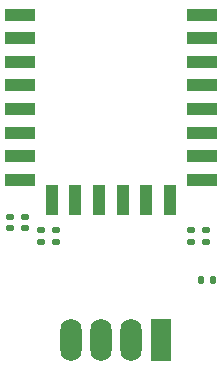
<source format=gts>
G04 #@! TF.GenerationSoftware,KiCad,Pcbnew,6.0.10-86aedd382b~118~ubuntu22.04.1*
G04 #@! TF.CreationDate,2023-01-28T15:28:02-08:00*
G04 #@! TF.ProjectId,esp8266-dongle,65737038-3236-4362-9d64-6f6e676c652e,rev?*
G04 #@! TF.SameCoordinates,Original*
G04 #@! TF.FileFunction,Soldermask,Top*
G04 #@! TF.FilePolarity,Negative*
%FSLAX46Y46*%
G04 Gerber Fmt 4.6, Leading zero omitted, Abs format (unit mm)*
G04 Created by KiCad (PCBNEW 6.0.10-86aedd382b~118~ubuntu22.04.1) date 2023-01-28 15:28:02*
%MOMM*%
%LPD*%
G01*
G04 APERTURE LIST*
G04 Aperture macros list*
%AMRoundRect*
0 Rectangle with rounded corners*
0 $1 Rounding radius*
0 $2 $3 $4 $5 $6 $7 $8 $9 X,Y pos of 4 corners*
0 Add a 4 corners polygon primitive as box body*
4,1,4,$2,$3,$4,$5,$6,$7,$8,$9,$2,$3,0*
0 Add four circle primitives for the rounded corners*
1,1,$1+$1,$2,$3*
1,1,$1+$1,$4,$5*
1,1,$1+$1,$6,$7*
1,1,$1+$1,$8,$9*
0 Add four rect primitives between the rounded corners*
20,1,$1+$1,$2,$3,$4,$5,0*
20,1,$1+$1,$4,$5,$6,$7,0*
20,1,$1+$1,$6,$7,$8,$9,0*
20,1,$1+$1,$8,$9,$2,$3,0*%
G04 Aperture macros list end*
%ADD10RoundRect,0.135000X0.185000X-0.135000X0.185000X0.135000X-0.185000X0.135000X-0.185000X-0.135000X0*%
%ADD11RoundRect,0.135000X-0.185000X0.135000X-0.185000X-0.135000X0.185000X-0.135000X0.185000X0.135000X0*%
%ADD12R,2.500000X1.100000*%
%ADD13R,1.100000X2.500000*%
%ADD14R,1.800000X3.600000*%
%ADD15O,1.800000X3.600000*%
%ADD16RoundRect,0.140000X-0.170000X0.140000X-0.170000X-0.140000X0.170000X-0.140000X0.170000X0.140000X0*%
%ADD17RoundRect,0.135000X-0.135000X-0.185000X0.135000X-0.185000X0.135000X0.185000X-0.135000X0.185000X0*%
G04 APERTURE END LIST*
D10*
G04 #@! TO.C,R2*
X122555000Y-98300000D03*
X122555000Y-97280000D03*
G04 #@! TD*
D11*
G04 #@! TO.C,R1*
X123825000Y-97280000D03*
X123825000Y-98300000D03*
G04 #@! TD*
D12*
G04 #@! TO.C,U1*
X108090000Y-79060000D03*
X108090000Y-81060000D03*
X108090000Y-83060000D03*
X108090000Y-85060000D03*
X108090000Y-87060000D03*
X108090000Y-89060000D03*
X108090000Y-91060000D03*
X108090000Y-93060000D03*
X123490000Y-93060000D03*
X123490000Y-91060000D03*
X123490000Y-89060000D03*
X123490000Y-87060000D03*
X123490000Y-85060000D03*
X123490000Y-83060000D03*
X123490000Y-81060000D03*
X123490000Y-79060000D03*
D13*
X110780000Y-94760000D03*
X112780000Y-94760000D03*
X114780000Y-94760000D03*
X116780000Y-94760000D03*
X118780000Y-94760000D03*
X120780000Y-94760000D03*
G04 #@! TD*
D14*
G04 #@! TO.C,J1*
X120000000Y-106600000D03*
D15*
X117460000Y-106600000D03*
X114920000Y-106600000D03*
X112380000Y-106600000D03*
G04 #@! TD*
D16*
G04 #@! TO.C,C1*
X107215000Y-96195000D03*
X107215000Y-97155000D03*
G04 #@! TD*
D10*
G04 #@! TO.C,R5*
X111125000Y-98300000D03*
X111125000Y-97280000D03*
G04 #@! TD*
D16*
G04 #@! TO.C,C2*
X108485000Y-96195000D03*
X108485000Y-97155000D03*
G04 #@! TD*
D10*
G04 #@! TO.C,R6*
X109855000Y-98300000D03*
X109855000Y-97280000D03*
G04 #@! TD*
D17*
G04 #@! TO.C,R7*
X123440000Y-101500000D03*
X124460000Y-101500000D03*
G04 #@! TD*
M02*

</source>
